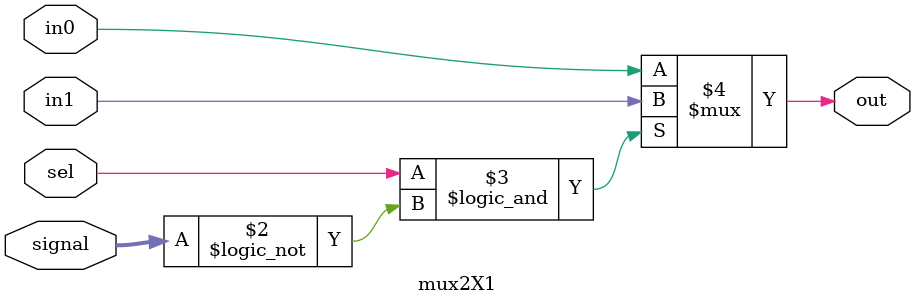
<source format=v>
module mux2X1( in0,in1,sel,out,signal);
input in0,in1;
input sel;
output out;
input [5:0]signal;

assign out=(sel==1'b1&&signal == 6'b000000)?in1:in0;

endmodule
</source>
